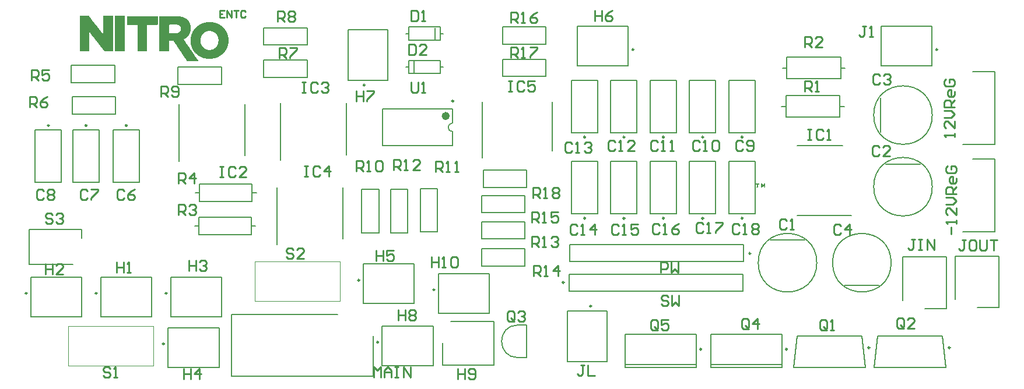
<source format=gbr>
G04*
G04 #@! TF.GenerationSoftware,Altium Limited,Altium Designer,23.3.1 (30)*
G04*
G04 Layer_Color=65535*
%FSLAX44Y44*%
%MOMM*%
G71*
G04*
G04 #@! TF.SameCoordinates,EAF1F0D8-16AB-4789-B3CC-ED1B898C5CC7*
G04*
G04*
G04 #@! TF.FilePolarity,Positive*
G04*
G01*
G75*
%ADD10C,0.2500*%
%ADD11C,0.1500*%
%ADD12C,0.6000*%
%ADD13C,0.2000*%
%ADD14C,0.1000*%
%ADD15C,0.2540*%
G36*
X401969Y777813D02*
X401867Y777915D01*
X401816Y778017D01*
X401536Y778450D01*
X401332Y778501D01*
X401154Y778323D01*
X401103Y777966D01*
X401154Y777610D01*
X401179Y751303D01*
X401129Y751099D01*
X401052Y751023D01*
X401027Y750947D01*
X400619Y750845D01*
X400263Y750896D01*
X394864Y750845D01*
X389847Y750870D01*
X389058Y750845D01*
X388905Y750896D01*
X387249Y750870D01*
X387071Y750998D01*
X386995Y751074D01*
X387020Y751762D01*
X386995Y752602D01*
X387046Y752653D01*
X386995Y752806D01*
X387046Y802057D01*
X387224Y802235D01*
X387580Y802287D01*
X387733Y802235D01*
X388217Y802261D01*
X398735Y802235D01*
X398887Y802287D01*
X399702Y802235D01*
X400364Y802185D01*
X400466Y802083D01*
X400543Y802057D01*
X400899Y801395D01*
X401078Y801268D01*
X401154Y801191D01*
X401205Y801089D01*
X401561Y800631D01*
X401663Y800529D01*
X401816Y800275D01*
X402020Y800071D01*
X402071Y799969D01*
X402173Y799867D01*
X402224Y799765D01*
X402453Y799485D01*
X402529Y799409D01*
X402580Y799307D01*
X402733Y799154D01*
X402784Y799052D01*
X403038Y798798D01*
X403089Y798696D01*
X403446Y798237D01*
X403548Y798136D01*
X403599Y798034D01*
X403802Y797677D01*
X404159Y797321D01*
X404210Y797219D01*
X404465Y796964D01*
X404515Y796862D01*
X404770Y796506D01*
X404796Y796429D01*
X404897Y796378D01*
X405025Y796251D01*
X405280Y795793D01*
X405534Y795538D01*
X405585Y795436D01*
X405840Y795079D01*
X406094Y794825D01*
X406145Y794723D01*
X406400Y794367D01*
X406655Y794112D01*
X406706Y794010D01*
X406935Y793730D01*
X407138Y793424D01*
X407266Y793246D01*
X407520Y792991D01*
X407571Y792889D01*
X407826Y792533D01*
X408030Y792329D01*
X408259Y791947D01*
X408361Y791896D01*
X408488Y791769D01*
X408539Y791667D01*
X409278Y790674D01*
X409507Y790445D01*
X409558Y790343D01*
X410271Y789426D01*
X410424Y789273D01*
X410475Y789171D01*
X410806Y788688D01*
X411035Y788458D01*
X411086Y788356D01*
X411239Y788204D01*
X411289Y788102D01*
X411391Y788000D01*
X411442Y787898D01*
X411671Y787618D01*
X411901Y787389D01*
X412104Y787032D01*
X412257Y786879D01*
X412308Y786778D01*
X412410Y786676D01*
X412461Y786574D01*
X412614Y786421D01*
X412665Y786319D01*
X412868Y786115D01*
X413072Y785759D01*
X413148Y785683D01*
X413250Y785632D01*
X413378Y785504D01*
X413581Y785148D01*
X413658Y785071D01*
X413760Y785020D01*
X414040Y784587D01*
X414193Y784435D01*
X414244Y784333D01*
X414345Y784231D01*
X414498Y783976D01*
X414727Y783696D01*
X414804Y783620D01*
X415008Y783263D01*
X415364Y782907D01*
X415568Y782550D01*
X415771Y782346D01*
X415822Y782245D01*
X415924Y782143D01*
X415975Y782041D01*
X416204Y781761D01*
X416510Y781302D01*
X416612Y781251D01*
X416790Y781073D01*
X416994Y780717D01*
X417299Y780411D01*
X417503Y780054D01*
X417758Y779800D01*
X417809Y779698D01*
X417911Y779596D01*
X417962Y779494D01*
X418267Y779189D01*
X418471Y778832D01*
X418777Y778527D01*
X418828Y778425D01*
X419439Y777610D01*
X419693Y777355D01*
X419744Y777253D01*
X419999Y776897D01*
X420254Y776642D01*
X420457Y776285D01*
X420610Y776133D01*
X420661Y776031D01*
X420865Y775674D01*
X420941Y775598D01*
X421196Y775649D01*
X421323Y775980D01*
X421272Y777253D01*
X421298Y801064D01*
X421221Y801650D01*
X421272Y801803D01*
X421425Y802057D01*
X421552Y802185D01*
X421756Y802235D01*
X435126Y802261D01*
X435304Y802185D01*
X435381Y802108D01*
X435431Y801905D01*
X435381Y750972D01*
X435304Y750896D01*
X435100Y750845D01*
X434133Y750896D01*
X433929Y750845D01*
X432936Y750870D01*
X425882Y750845D01*
X425729Y750896D01*
X424659Y750845D01*
X424506Y750896D01*
X423157Y750870D01*
X422902Y750972D01*
X422698Y751176D01*
X422647Y751278D01*
X421909Y752271D01*
X421833Y752347D01*
X421782Y752449D01*
X421680Y752551D01*
X421629Y752653D01*
X421272Y753009D01*
X421068Y753366D01*
X420865Y753570D01*
X420814Y753672D01*
X420712Y753773D01*
X420661Y753875D01*
X420432Y754155D01*
X420355Y754232D01*
X420304Y754334D01*
X420050Y754690D01*
X419795Y754945D01*
X419744Y755047D01*
X419515Y755327D01*
X419337Y755505D01*
X419184Y755760D01*
X418929Y756014D01*
X418777Y756269D01*
X418547Y756549D01*
X418369Y756728D01*
X418165Y757084D01*
X417860Y757390D01*
X417656Y757746D01*
X417350Y758052D01*
X417147Y758408D01*
X416892Y758663D01*
X416841Y758765D01*
X416128Y759682D01*
X415924Y759885D01*
X415721Y760242D01*
X415415Y760547D01*
X415364Y760649D01*
X415262Y760751D01*
X415211Y760853D01*
X414957Y761108D01*
X414906Y761210D01*
X414651Y761566D01*
X414167Y762203D01*
X414040Y762330D01*
X413989Y762432D01*
X413632Y762890D01*
X413480Y763043D01*
X413429Y763145D01*
X413327Y763247D01*
X413276Y763349D01*
X413021Y763603D01*
X412766Y764062D01*
X412588Y764189D01*
X412512Y764266D01*
X412308Y764622D01*
X412003Y764928D01*
X411850Y765182D01*
X411544Y765488D01*
X411493Y765590D01*
X411264Y765972D01*
X411162Y766023D01*
X410984Y766201D01*
X410933Y766303D01*
X410449Y766939D01*
X410322Y767118D01*
X410169Y767271D01*
X410118Y767372D01*
X410016Y767474D01*
X409965Y767576D01*
X409863Y767678D01*
X409813Y767780D01*
X409609Y767984D01*
X409558Y768085D01*
X409456Y768187D01*
X409405Y768289D01*
X409201Y768493D01*
X409150Y768595D01*
X409049Y768697D01*
X408998Y768799D01*
X408768Y769079D01*
X408692Y769155D01*
X408641Y769257D01*
X408157Y769893D01*
X408030Y770021D01*
X407979Y770123D01*
X407750Y770403D01*
X407622Y770530D01*
X407571Y770632D01*
X407215Y771090D01*
X407062Y771243D01*
X407011Y771345D01*
X406527Y771982D01*
X406451Y772058D01*
X406400Y772160D01*
X406094Y772466D01*
X406044Y772568D01*
X405687Y773026D01*
X405432Y773382D01*
X405381Y773484D01*
X405127Y773739D01*
X405076Y773841D01*
X404363Y774758D01*
X404261Y774859D01*
X404210Y774961D01*
X403955Y775318D01*
X403777Y775445D01*
X403701Y775521D01*
X403650Y775623D01*
X403395Y775980D01*
X403242Y776133D01*
X403191Y776235D01*
X402835Y776693D01*
X402733Y776795D01*
X402529Y777151D01*
X402351Y777330D01*
X402249Y777381D01*
X401994Y777788D01*
X401969Y777813D01*
D02*
G37*
G36*
X438150Y795431D02*
X438125Y800703D01*
X438150Y801289D01*
X438099Y801441D01*
X438150Y802104D01*
X438379Y802384D01*
X438583Y802435D01*
X451189Y802460D01*
X451724Y802435D01*
X451876Y802486D01*
X452156Y802409D01*
X452335Y802282D01*
X452411Y802205D01*
X452462Y801849D01*
X452411Y801645D01*
X452436Y751349D01*
X452233Y751146D01*
X451825Y751044D01*
X450246Y751095D01*
X449890Y751044D01*
X439372Y751069D01*
X438736Y751044D01*
X438583Y751095D01*
X438328Y751146D01*
X438099Y751375D01*
X438125Y752572D01*
X438099Y753056D01*
X438150Y753209D01*
X438099Y754227D01*
X438150Y754380D01*
Y795380D01*
Y795431D01*
D02*
G37*
G36*
X470866Y786466D02*
X470892Y788631D01*
X470841Y788885D01*
X470713Y789063D01*
X470586Y789191D01*
X469618Y789140D01*
X457777Y789165D01*
X456020Y789140D01*
X455765Y789293D01*
X455688Y789369D01*
X455587Y789725D01*
X455638Y790846D01*
X455587Y792425D01*
X455638Y792578D01*
X455612Y801414D01*
X455765Y801669D01*
X455969Y801720D01*
X500382Y801669D01*
X500560Y801542D01*
X500611Y801338D01*
X500560Y800676D01*
X500585Y791636D01*
X500560Y790133D01*
X500611Y789980D01*
X500534Y789496D01*
X500407Y789318D01*
X500331Y789242D01*
X500127Y789191D01*
X499312Y789140D01*
X485356Y789089D01*
X485178Y788911D01*
X485127Y788554D01*
X485153Y750686D01*
X485000Y750431D01*
X484643Y750329D01*
X483981Y750380D01*
X479805Y750329D01*
X473617Y750355D01*
X472929Y750329D01*
X472776Y750380D01*
X470994Y750431D01*
X470866Y750559D01*
X470841Y751806D01*
X470866Y786415D01*
Y786466D01*
D02*
G37*
G36*
X577262Y793038D02*
X578943Y792987D01*
X579095Y792936D01*
X579579Y792859D01*
X579783Y792808D01*
X580292Y792707D01*
X580598Y792656D01*
X581006Y792605D01*
X581718Y792554D01*
X582024Y792503D01*
X582228Y792452D01*
X582661Y792274D01*
X583170Y792121D01*
X583756Y792044D01*
X583960Y791993D01*
X584342Y791815D01*
X584596Y791713D01*
X584953Y791611D01*
X585157Y791561D01*
X585564Y791510D01*
X585844Y791281D01*
X586175Y791153D01*
X586608Y791077D01*
X586786Y791000D01*
X587092Y790797D01*
X587448Y790695D01*
X587932Y790517D01*
X588009Y790440D01*
X588111Y790389D01*
X588365Y790236D01*
X588849Y790058D01*
X589027Y789931D01*
X589333Y789727D01*
X589588Y789625D01*
X589919Y789498D01*
X590097Y789320D01*
X590199Y789269D01*
X590759Y788963D01*
X590912Y788810D01*
X591472Y788505D01*
X591676Y788301D01*
X591778Y788250D01*
X592134Y788046D01*
X592644Y787690D01*
X592745Y787639D01*
X593102Y787282D01*
X593560Y787028D01*
X593688Y786849D01*
X593815Y786722D01*
X594070Y786569D01*
X594197Y786442D01*
X594248Y786340D01*
X594553Y786136D01*
X595394Y785296D01*
X595496Y785245D01*
X595623Y785118D01*
X595674Y785016D01*
X596642Y784048D01*
X596693Y783946D01*
X596820Y783819D01*
X596922Y783768D01*
X597049Y783590D01*
X597278Y783310D01*
X597508Y783080D01*
X597559Y782979D01*
X597788Y782698D01*
X597915Y782571D01*
X597966Y782469D01*
X598170Y782113D01*
X598399Y781833D01*
X598475Y781756D01*
X598679Y781400D01*
X598755Y781272D01*
X598832Y781247D01*
X598883Y781145D01*
X599188Y780585D01*
X599443Y780330D01*
X599545Y780075D01*
X599799Y779617D01*
X599901Y779515D01*
X600564Y778140D01*
X601022Y777172D01*
X601098Y776892D01*
X601353Y776485D01*
X601480Y776154D01*
X601633Y775593D01*
X601888Y775033D01*
X601990Y774626D01*
X602040Y774218D01*
X602346Y773556D01*
X602397Y773352D01*
X602473Y772868D01*
X602575Y772257D01*
X602754Y771672D01*
X602855Y771264D01*
X602906Y770908D01*
X602957Y770704D01*
X603008Y769430D01*
X603059Y769278D01*
X603136Y768488D01*
X603186Y768081D01*
X603263Y766578D01*
X603186Y765229D01*
X603136Y764668D01*
X603085Y764057D01*
X603008Y762962D01*
X602957Y762809D01*
X602906Y761892D01*
X602855Y761740D01*
X602728Y761205D01*
X602524Y760390D01*
X602473Y760084D01*
X602422Y759626D01*
X602372Y759422D01*
X602142Y758887D01*
X601939Y758073D01*
X601760Y757589D01*
X601531Y757054D01*
X601429Y756697D01*
X601302Y756366D01*
X601073Y755984D01*
X600971Y755577D01*
X600869Y755322D01*
X600614Y754966D01*
X600538Y754686D01*
X600436Y754431D01*
X600182Y754024D01*
X599876Y753412D01*
X599799Y753336D01*
X599749Y753234D01*
X599647Y753132D01*
X599596Y753030D01*
X599290Y752470D01*
X599086Y752165D01*
X598781Y751604D01*
X598628Y751451D01*
X598424Y751095D01*
X598119Y750789D01*
X597864Y750331D01*
X597609Y750076D01*
X597559Y749974D01*
X597406Y749822D01*
X597355Y749720D01*
X597151Y749516D01*
X597100Y749414D01*
X596947Y749261D01*
X596896Y749159D01*
X596744Y749058D01*
X596693Y748956D01*
X596591Y748854D01*
X596540Y748752D01*
X596362Y748574D01*
X596260Y748523D01*
X596132Y748395D01*
X596082Y748294D01*
X595852Y748014D01*
X595750Y747962D01*
X595572Y747784D01*
X595521Y747682D01*
X595394Y747555D01*
X595292Y747504D01*
X595063Y747275D01*
X595012Y747173D01*
X594834Y747046D01*
X594426Y746638D01*
X594324Y746587D01*
X593866Y746129D01*
X593764Y746078D01*
X593662Y745976D01*
X593560Y745925D01*
X593357Y745722D01*
X593255Y745671D01*
X592822Y745390D01*
X592796Y745314D01*
X592694Y745263D01*
X592593Y745161D01*
X592491Y745110D01*
X592211Y744881D01*
X592083Y744754D01*
X591523Y744448D01*
X591268Y744194D01*
X590708Y743888D01*
X590555Y743735D01*
X590301Y743633D01*
X590097Y743582D01*
X589817Y743353D01*
X589740Y743277D01*
X589486Y743175D01*
X589282Y743124D01*
X589002Y742895D01*
X588926Y742818D01*
X588671Y742717D01*
X588340Y742589D01*
X588162Y742462D01*
X587601Y742207D01*
X587194Y742054D01*
X586786Y741800D01*
X586379Y741698D01*
X586048Y741621D01*
X585768Y741443D01*
X585666Y741341D01*
X585335Y741265D01*
X584775Y741163D01*
X584520Y741061D01*
X583883Y740781D01*
X583527Y740730D01*
X582941Y740654D01*
X582686Y740552D01*
X582508Y740475D01*
X582253Y740374D01*
X581846Y740272D01*
X581082Y740221D01*
X581056Y740195D01*
X580751Y740144D01*
X580496Y740094D01*
X580292Y740043D01*
X580038Y739992D01*
X579834Y739941D01*
X579223Y739839D01*
X578612Y739788D01*
X577109Y739712D01*
X572271Y739762D01*
X572118Y739813D01*
X571507Y739864D01*
X571354Y739915D01*
X571023Y739992D01*
X570412Y740094D01*
X570208Y740144D01*
X569953Y740195D01*
X569036Y740297D01*
X568782Y740348D01*
X568374Y740501D01*
X568094Y740628D01*
X567890Y740679D01*
X567305Y740756D01*
X566897Y740857D01*
X566362Y741087D01*
X565955Y741189D01*
X565675Y741265D01*
X565420Y741367D01*
X565089Y741545D01*
X564580Y741698D01*
X564300Y741774D01*
X564045Y741876D01*
X563969Y741953D01*
X563867Y742003D01*
X563510Y742156D01*
X563256Y742258D01*
X562797Y742513D01*
X562441Y742666D01*
X561065Y743379D01*
X560964Y743481D01*
X560862Y743531D01*
X560403Y743786D01*
X560302Y743888D01*
X560200Y743939D01*
X560098Y744041D01*
X559538Y744346D01*
X559334Y744550D01*
X558773Y744856D01*
X558519Y745110D01*
X558417Y745161D01*
X558086Y745390D01*
X558060Y745467D01*
X557959Y745518D01*
X557857Y745620D01*
X557755Y745671D01*
X557475Y745900D01*
X557296Y746078D01*
X557195Y746129D01*
X557067Y746205D01*
X557016Y746307D01*
X556838Y746536D01*
X556482Y746740D01*
X556405Y746817D01*
X556354Y746918D01*
X556176Y747097D01*
X556074Y747148D01*
X555616Y747606D01*
X555514Y747657D01*
X554674Y748497D01*
X554623Y748599D01*
X554393Y748879D01*
X554266Y749058D01*
X554062Y749261D01*
X554011Y749363D01*
X553706Y749669D01*
X553655Y749771D01*
X553298Y750229D01*
X553145Y750382D01*
X552891Y750840D01*
X552585Y751146D01*
X552382Y751502D01*
X552280Y751604D01*
X552229Y751706D01*
X552025Y752012D01*
X551974Y752113D01*
X551872Y752215D01*
X551821Y752317D01*
X551669Y752572D01*
X551465Y752928D01*
X551210Y753285D01*
X550981Y753922D01*
X550803Y754100D01*
X550752Y754202D01*
X550548Y754660D01*
X550472Y754940D01*
X550268Y755246D01*
X550140Y755526D01*
X550064Y755857D01*
X549962Y756112D01*
X549886Y756188D01*
X549835Y756290D01*
X549682Y756646D01*
X549606Y756927D01*
X549555Y757130D01*
X549402Y757538D01*
X549275Y757818D01*
X549173Y758175D01*
X549071Y758582D01*
X548969Y759040D01*
X548765Y759346D01*
X548714Y759550D01*
X548638Y760288D01*
X548587Y760543D01*
X548485Y760950D01*
X548358Y761383D01*
X548307Y761587D01*
X548256Y761944D01*
X548205Y762147D01*
X548129Y763242D01*
X547950Y766425D01*
X548001Y767393D01*
X548052Y767546D01*
X548103Y769278D01*
X548154Y769430D01*
X548205Y770449D01*
X548256Y770602D01*
X548307Y771111D01*
X548358Y771264D01*
X548460Y771672D01*
X548562Y772028D01*
X548613Y772232D01*
X548689Y772716D01*
X548740Y773021D01*
X548791Y773225D01*
X548944Y773632D01*
X549071Y773963D01*
X549173Y774575D01*
X549249Y774855D01*
X549427Y775135D01*
X549580Y775491D01*
X549657Y775873D01*
X549809Y776281D01*
X549937Y776408D01*
X549988Y776510D01*
X550090Y776765D01*
X550140Y776969D01*
X550268Y777299D01*
X550472Y777605D01*
X550650Y778038D01*
X550701Y778242D01*
X551057Y778802D01*
X551185Y779133D01*
X551261Y779311D01*
X551516Y779668D01*
X551821Y780228D01*
X551923Y780330D01*
X552178Y780788D01*
X552407Y781068D01*
X552763Y781629D01*
X553145Y782164D01*
X553196Y782265D01*
X553349Y782418D01*
X553502Y782673D01*
X553960Y783131D01*
X554113Y783386D01*
X554419Y783691D01*
X554470Y783793D01*
X554750Y784175D01*
X554852Y784226D01*
X554928Y784303D01*
X554979Y784405D01*
X555208Y784634D01*
X555310Y784685D01*
X555539Y784914D01*
X555590Y785016D01*
X555820Y785245D01*
X555921Y785296D01*
X555998Y785372D01*
X556049Y785474D01*
X556227Y785652D01*
X556329Y785703D01*
X556609Y785984D01*
X556634Y786060D01*
X556736Y786111D01*
X557016Y786340D01*
X557347Y786671D01*
X557449Y786722D01*
X557780Y786951D01*
X557806Y787028D01*
X557908Y787078D01*
X558010Y787180D01*
X558111Y787231D01*
X558391Y787460D01*
X558570Y787639D01*
X558926Y787842D01*
X559130Y788046D01*
X559792Y788403D01*
X559996Y788606D01*
X560454Y788861D01*
X560556Y788963D01*
X560658Y789014D01*
X560964Y789218D01*
X561422Y789472D01*
X561880Y789676D01*
X562237Y789880D01*
X562390Y790033D01*
X562670Y790109D01*
X562924Y790211D01*
X563230Y790415D01*
X563510Y790542D01*
X563994Y790720D01*
X564172Y790797D01*
X564478Y791000D01*
X564758Y791077D01*
X565165Y791179D01*
X565420Y791281D01*
X565751Y791459D01*
X566108Y791561D01*
X566515Y791663D01*
X566846Y791739D01*
X567483Y792019D01*
X568094Y792121D01*
X568578Y792197D01*
X568833Y792299D01*
X569266Y792477D01*
X570513Y792656D01*
X571074Y792707D01*
X571328Y792757D01*
X571736Y792859D01*
X572347Y792961D01*
X572907Y793012D01*
X574079Y793063D01*
X577109Y793089D01*
X577262Y793038D01*
D02*
G37*
G36*
X530218Y801615D02*
X530370Y801564D01*
X531185Y801514D01*
X531338Y801463D01*
X531822Y801386D01*
X532077Y801335D01*
X532688Y801284D01*
X532994Y801233D01*
X533248Y801182D01*
X533961Y801132D01*
X534165Y801081D01*
X534420Y800979D01*
X534751Y800851D01*
X535158Y800750D01*
X535744Y800673D01*
X535998Y800622D01*
X536432Y800444D01*
X537094Y800240D01*
X537297Y800189D01*
X537577Y800113D01*
X538112Y799833D01*
X538316Y799782D01*
X538876Y799578D01*
X539182Y799374D01*
X539436Y799273D01*
X539717Y799196D01*
X539971Y799094D01*
X540099Y798967D01*
X540200Y798916D01*
X540302Y798814D01*
X540786Y798636D01*
X540863Y798559D01*
X540964Y798509D01*
X541117Y798356D01*
X541576Y798101D01*
X541779Y797897D01*
X542238Y797643D01*
X542365Y797515D01*
X542416Y797413D01*
X542849Y797133D01*
X543205Y796777D01*
X543307Y796726D01*
X543715Y796318D01*
X543817Y796267D01*
X544097Y796038D01*
X544148Y795936D01*
X544250Y795835D01*
X544275Y795758D01*
X544377Y795707D01*
X544708Y795376D01*
X544759Y795274D01*
X545115Y794816D01*
X545319Y794510D01*
X545370Y794408D01*
X545625Y794154D01*
X545676Y794052D01*
X546109Y793415D01*
X546287Y793084D01*
X546541Y792626D01*
X546643Y792524D01*
X546745Y792269D01*
X546796Y792066D01*
X546923Y791734D01*
X546974Y791684D01*
X547000Y791658D01*
X547051Y791556D01*
X547255Y791098D01*
X547331Y790767D01*
X547484Y790359D01*
X547713Y789825D01*
X547815Y789213D01*
X547866Y789010D01*
X547917Y788653D01*
X548120Y788347D01*
X548171Y787838D01*
X548222Y787176D01*
X548273Y786972D01*
X548324Y785801D01*
X548375Y785648D01*
X548426Y783764D01*
X548375Y783407D01*
X548324Y781981D01*
X548273Y781828D01*
X548222Y780657D01*
X548171Y780504D01*
X548120Y780300D01*
X548044Y779867D01*
X547942Y779613D01*
X547815Y779180D01*
X547764Y778823D01*
X547637Y778288D01*
X547560Y778110D01*
X547305Y777550D01*
X547255Y777346D01*
X547178Y777015D01*
X547000Y776735D01*
X546898Y776633D01*
X546796Y776277D01*
X546720Y775996D01*
X546516Y775691D01*
X546389Y775564D01*
X546261Y775232D01*
X546007Y774825D01*
X545879Y774698D01*
X545625Y774239D01*
X545472Y774087D01*
X545421Y773985D01*
X545319Y773883D01*
X545115Y773526D01*
X544861Y773272D01*
X544657Y772915D01*
X544530Y772788D01*
X544428Y772737D01*
X544199Y772508D01*
X544148Y772406D01*
X543842Y772100D01*
X543791Y771998D01*
X543486Y771795D01*
X543282Y771591D01*
X543231Y771489D01*
X542925Y771285D01*
X542722Y771081D01*
X542696Y771005D01*
X542594Y770954D01*
X542238Y770750D01*
X541932Y770445D01*
X541678Y770343D01*
X541576Y770292D01*
X541168Y769885D01*
X540812Y769681D01*
X540659Y769528D01*
X540404Y769426D01*
X539946Y769172D01*
X539844Y769070D01*
X539513Y768942D01*
X539258Y768840D01*
X538978Y768662D01*
X538672Y768458D01*
X538367Y768408D01*
X538138Y768280D01*
X538087Y768076D01*
X538163Y767796D01*
X538290Y767669D01*
X538341Y767567D01*
X538494Y767414D01*
X538545Y767312D01*
X538647Y767211D01*
X538698Y767109D01*
X538902Y766803D01*
X539131Y766421D01*
X539233Y766370D01*
X539309Y766294D01*
X539411Y766039D01*
X539666Y765581D01*
X539818Y765479D01*
X539869Y765377D01*
X540124Y765021D01*
X540277Y764868D01*
X540582Y764307D01*
X540786Y764104D01*
X541092Y763543D01*
X541194Y763442D01*
X541245Y763340D01*
X541448Y762983D01*
X541703Y762729D01*
X541754Y762627D01*
X542060Y762066D01*
X542212Y761914D01*
X542263Y761812D01*
X542518Y761455D01*
X542569Y761353D01*
X542772Y761150D01*
X543027Y760691D01*
X543282Y760437D01*
X543536Y759978D01*
X543638Y759876D01*
X543689Y759774D01*
X543791Y759673D01*
X543995Y759316D01*
X544199Y759112D01*
X544250Y759010D01*
X544504Y758552D01*
X544606Y758450D01*
X544657Y758348D01*
X544759Y758247D01*
X544963Y757890D01*
X545192Y757610D01*
X545472Y757177D01*
X545625Y757024D01*
X545676Y756922D01*
X545981Y756362D01*
X546185Y756158D01*
X546236Y756057D01*
X546440Y755700D01*
X546669Y755420D01*
X546873Y755114D01*
X547000Y754936D01*
X547102Y754834D01*
X547153Y754732D01*
X547407Y754274D01*
X547662Y754019D01*
X547968Y753459D01*
X548120Y753306D01*
X548171Y753204D01*
X548375Y752848D01*
X548579Y752644D01*
X548630Y752542D01*
X548961Y752058D01*
X549088Y751931D01*
X549394Y751371D01*
X549496Y751269D01*
X549547Y751167D01*
X549648Y751065D01*
X549852Y750709D01*
X550005Y750556D01*
X550056Y750454D01*
X550311Y750046D01*
X550361Y749945D01*
X550616Y749690D01*
X550871Y749231D01*
X551024Y749079D01*
X551074Y748977D01*
X551278Y748671D01*
X551329Y748569D01*
X551533Y748366D01*
X551838Y747805D01*
X552042Y747602D01*
X552093Y747500D01*
X552297Y747143D01*
X552399Y747041D01*
X552450Y746940D01*
X552551Y746838D01*
X552603Y746736D01*
X552857Y746277D01*
X553112Y746023D01*
X553163Y745819D01*
X553392Y745539D01*
X553570Y745361D01*
X553825Y744902D01*
X553978Y744750D01*
X554029Y744648D01*
X554232Y744291D01*
X554334Y744189D01*
X554385Y744087D01*
X554538Y743935D01*
X554589Y743833D01*
X554920Y743349D01*
X555047Y743222D01*
X555302Y742763D01*
X556015Y741745D01*
X556168Y741490D01*
X556371Y741286D01*
X556422Y741184D01*
X556677Y740726D01*
X557186Y740013D01*
X557237Y739911D01*
X557339Y739809D01*
X557390Y739707D01*
X557721Y739223D01*
X557899Y739045D01*
X558001Y738790D01*
X558231Y738408D01*
X558332Y738357D01*
X558562Y737975D01*
X558613Y737874D01*
X558867Y737619D01*
X558918Y737517D01*
X559147Y737084D01*
X559249Y737033D01*
X559529Y736753D01*
X559580Y736549D01*
X559529Y736295D01*
X559402Y736167D01*
X559045Y736116D01*
X558383Y736167D01*
X557034Y736142D01*
X556448Y736167D01*
X556295Y736116D01*
X543104Y736167D01*
X542874Y736397D01*
X542696Y736880D01*
X542416Y737161D01*
X542365Y737262D01*
X542161Y737619D01*
X541907Y737874D01*
X541805Y738128D01*
X541448Y738638D01*
X541397Y738739D01*
X541066Y739223D01*
X540990Y739300D01*
X540786Y739656D01*
X540430Y740166D01*
X540226Y740522D01*
X539920Y740981D01*
X539793Y741311D01*
X539462Y741643D01*
X539258Y741999D01*
X539156Y742101D01*
X539105Y742203D01*
X538902Y742559D01*
X538672Y742840D01*
X538596Y742916D01*
X538545Y743018D01*
X538214Y743502D01*
X538138Y743578D01*
X538087Y743680D01*
X537832Y744138D01*
X537603Y744418D01*
X537374Y744800D01*
X537323Y744902D01*
X537170Y745055D01*
X537119Y745157D01*
X536915Y745514D01*
X536457Y746176D01*
X536304Y746430D01*
X536049Y746787D01*
X535846Y747143D01*
X535617Y747423D01*
X535387Y747805D01*
X535336Y747907D01*
X535133Y748111D01*
X535082Y748213D01*
X534827Y748671D01*
X534674Y748824D01*
X534623Y748926D01*
X534292Y749410D01*
X534165Y749537D01*
X533859Y750097D01*
X533707Y750250D01*
X533656Y750352D01*
X533401Y750810D01*
X533248Y750963D01*
X533197Y751065D01*
X532943Y751473D01*
X532892Y751574D01*
X532739Y751727D01*
X532688Y751829D01*
X532484Y752135D01*
X532331Y752389D01*
X532229Y752491D01*
X532179Y752593D01*
X531873Y753153D01*
X531669Y753357D01*
X531415Y753815D01*
X531262Y753968D01*
X531007Y754427D01*
X530778Y754707D01*
X530549Y755089D01*
X530498Y755191D01*
X530294Y755394D01*
X530243Y755496D01*
X530039Y755853D01*
X529810Y756133D01*
X529581Y756515D01*
X529530Y756617D01*
X529174Y757126D01*
X528970Y757483D01*
X528715Y757839D01*
X528512Y758196D01*
X528308Y758399D01*
X528002Y758960D01*
X527849Y759112D01*
X527798Y759214D01*
X527595Y759571D01*
X527493Y759673D01*
X527442Y759774D01*
X527289Y759927D01*
X527034Y760386D01*
X526933Y760488D01*
X526882Y760589D01*
X526780Y760691D01*
X526576Y761048D01*
X526423Y761201D01*
X526372Y761302D01*
X526118Y761761D01*
X525965Y761914D01*
X525914Y762016D01*
X525710Y762372D01*
X525456Y762729D01*
X525252Y763034D01*
X525201Y763136D01*
X524743Y763798D01*
X524539Y764155D01*
X524386Y764307D01*
X524080Y764868D01*
X523953Y764995D01*
X523851Y765046D01*
X523724Y765326D01*
X523520Y765683D01*
X523444Y765759D01*
X523240Y765810D01*
X520439Y765861D01*
X517536Y765810D01*
X517306Y765632D01*
X517154Y765275D01*
X517128Y751090D01*
X517230Y750836D01*
X517256Y750556D01*
X517128Y750428D01*
X516874Y750327D01*
X516517Y750276D01*
X514913Y750301D01*
X514480Y750276D01*
X514327Y750327D01*
X511678Y750276D01*
X505286Y750301D01*
X505006Y750276D01*
X504853Y750327D01*
X503020Y750378D01*
X502842Y750556D01*
X502816Y750887D01*
X502867Y800750D01*
X502892Y800877D01*
X502842Y801030D01*
X502892Y801488D01*
X502969Y801564D01*
X503326Y801666D01*
X530218Y801615D01*
D02*
G37*
G36*
X1372250Y558455D02*
X1373218Y558404D01*
X1373447Y558225D01*
X1373498Y557920D01*
X1373447Y557767D01*
X1373498Y557410D01*
X1373447Y557156D01*
X1373320Y557028D01*
X1372963Y556926D01*
X1371893Y556875D01*
X1371715Y556697D01*
X1371766Y555730D01*
X1371715Y554711D01*
X1371766Y554558D01*
X1371792Y553005D01*
X1371741Y552750D01*
X1371639Y552597D01*
X1371231Y552495D01*
X1370213Y552546D01*
X1370034Y552674D01*
X1369933Y553030D01*
X1369984Y553998D01*
X1369933Y554151D01*
X1369984Y555067D01*
X1369933Y555220D01*
X1369984Y555882D01*
X1369933Y556239D01*
X1369984Y556392D01*
X1370009Y556621D01*
X1369933Y556799D01*
X1369856Y556875D01*
X1369653Y556926D01*
X1369296Y556977D01*
X1369143Y556926D01*
X1368532Y556977D01*
X1368354Y557105D01*
X1368252Y557512D01*
X1368303Y558174D01*
X1368430Y558353D01*
X1368685Y558455D01*
X1372199D01*
X1372250D01*
D02*
G37*
G36*
X1380631Y558037D02*
X1380885Y558139D01*
X1382235Y558164D01*
X1382413Y558088D01*
X1382541Y557961D01*
X1382592Y557706D01*
X1382541Y557553D01*
X1382490Y556891D01*
X1382541Y556687D01*
X1382515Y555847D01*
X1382541Y552613D01*
X1382490Y552460D01*
X1382337Y552205D01*
X1382006Y552180D01*
X1381853Y552231D01*
X1381089Y552282D01*
X1380911Y552460D01*
X1380860Y552664D01*
X1380911Y553479D01*
X1380962Y553835D01*
X1380911Y553988D01*
X1380860Y554548D01*
X1380911Y554701D01*
X1380962Y554905D01*
X1380911Y555159D01*
X1380733Y555185D01*
X1380656Y555108D01*
X1380605Y555007D01*
X1380325Y554726D01*
X1380223Y554675D01*
X1380096Y554548D01*
X1380020Y554217D01*
X1379841Y553937D01*
X1379637Y553733D01*
X1379587Y553631D01*
X1379408Y553453D01*
X1379205Y553504D01*
X1379128Y553581D01*
X1379077Y553682D01*
X1378873Y553988D01*
X1378823Y554090D01*
X1378619Y554395D01*
X1378568Y554599D01*
X1378339Y554879D01*
X1378033Y555032D01*
X1377906Y554956D01*
X1377855Y554752D01*
X1377906Y553631D01*
X1377855Y552460D01*
X1377728Y552333D01*
X1377473Y552231D01*
X1376352Y552282D01*
X1376276Y552358D01*
X1376174Y552613D01*
X1376200Y553199D01*
X1376174Y556433D01*
X1376225Y556586D01*
X1376200Y557935D01*
X1376301Y558088D01*
X1376658Y558190D01*
X1377244Y558164D01*
X1377880Y558190D01*
X1378161Y557961D01*
X1378364Y557604D01*
X1378517Y557451D01*
X1378619Y557197D01*
X1378823Y556840D01*
X1379026Y556636D01*
X1379154Y556305D01*
X1379256Y556153D01*
X1379510Y556203D01*
X1379688Y556382D01*
X1380045Y557044D01*
X1380503Y557706D01*
X1380554Y557910D01*
X1380605Y558012D01*
X1380631Y558037D01*
D02*
G37*
%LPC*%
G36*
X574359Y780203D02*
X574206Y780152D01*
X573773Y780075D01*
X573467Y780024D01*
X573213Y779974D01*
X573009Y779922D01*
X571787Y779719D01*
X571532Y779617D01*
X571252Y779490D01*
X570997Y779388D01*
X570794Y779337D01*
X570437Y779286D01*
X570157Y779057D01*
X570030Y778929D01*
X569826Y778878D01*
X569418Y778726D01*
X569062Y778471D01*
X568807Y778369D01*
X568451Y778165D01*
X568196Y777911D01*
X567840Y777707D01*
X567636Y777503D01*
X567381Y777350D01*
X567152Y777121D01*
X567127Y777045D01*
X567025Y776994D01*
X566923Y776892D01*
X566821Y776841D01*
X566464Y776485D01*
X566362Y776434D01*
X566133Y776255D01*
X566082Y776154D01*
X565929Y776001D01*
X565879Y775899D01*
X565624Y775542D01*
X565547Y775466D01*
X565446Y775415D01*
X565318Y775288D01*
X565115Y774931D01*
X564962Y774778D01*
X564911Y774677D01*
X564605Y774116D01*
X564351Y773760D01*
X564274Y773480D01*
X564020Y773072D01*
X563841Y772639D01*
X563663Y772155D01*
X563536Y771977D01*
X563383Y771621D01*
X563332Y771417D01*
X563256Y771035D01*
X562976Y770398D01*
X562899Y770016D01*
X562823Y769329D01*
X562772Y768972D01*
X562721Y768768D01*
X562644Y768488D01*
X562593Y768285D01*
X562542Y767368D01*
X562492Y766909D01*
X562466Y766629D01*
X562517Y766476D01*
X562568Y764847D01*
X562619Y764694D01*
X562670Y764490D01*
X562772Y763879D01*
X562823Y763522D01*
X562874Y763013D01*
X562924Y762809D01*
X563001Y762427D01*
X563281Y761842D01*
X563332Y761485D01*
X563383Y761281D01*
X563485Y761027D01*
X563739Y760670D01*
X563816Y760390D01*
X564020Y759830D01*
X564096Y759753D01*
X564147Y759651D01*
X564351Y759193D01*
X564554Y758837D01*
X564758Y758633D01*
X565013Y758175D01*
X565115Y758073D01*
X565165Y757971D01*
X565267Y757869D01*
X565497Y757487D01*
X565598Y757436D01*
X565726Y757258D01*
X565828Y757156D01*
X565980Y756901D01*
X566235Y756646D01*
X566286Y756545D01*
X566464Y756366D01*
X566566Y756315D01*
X567330Y755551D01*
X567432Y755500D01*
X567534Y755399D01*
X567636Y755348D01*
X567890Y755093D01*
X568247Y754889D01*
X568960Y754380D01*
X569164Y754329D01*
X569724Y753973D01*
X569928Y753922D01*
X570208Y753692D01*
X570335Y753565D01*
X570539Y753514D01*
X570895Y753463D01*
X571150Y753412D01*
X571812Y753107D01*
X572220Y753005D01*
X572704Y752928D01*
X572958Y752878D01*
X573162Y752827D01*
X573926Y752674D01*
X574130Y752623D01*
X574944Y752572D01*
X576498Y752546D01*
X576651Y752597D01*
X577644Y752674D01*
X578230Y752852D01*
X578433Y752903D01*
X578968Y752979D01*
X579223Y753030D01*
X579427Y753081D01*
X579936Y753285D01*
X580267Y753412D01*
X580547Y753489D01*
X580955Y753642D01*
X581082Y753769D01*
X581184Y753820D01*
X581438Y753922D01*
X581769Y754049D01*
X581948Y754176D01*
X582100Y754329D01*
X582355Y754431D01*
X582457Y754482D01*
X582737Y754711D01*
X582814Y754788D01*
X582915Y754838D01*
X583399Y755170D01*
X583578Y755297D01*
X583858Y755526D01*
X584087Y755755D01*
X584189Y755806D01*
X584571Y756188D01*
X584622Y756290D01*
X585004Y756672D01*
X585106Y756723D01*
X585233Y756850D01*
X585284Y756952D01*
X585640Y757411D01*
X585793Y757563D01*
X585844Y757665D01*
X586073Y757945D01*
X586302Y758327D01*
X586506Y758684D01*
X586659Y758837D01*
X586761Y759091D01*
X587015Y759550D01*
X587219Y760008D01*
X587347Y760339D01*
X587448Y760594D01*
X587678Y760976D01*
X587881Y761791D01*
Y761842D01*
X588136Y762402D01*
X588187Y762758D01*
X588238Y762962D01*
X588314Y763548D01*
X588365Y764159D01*
X588467Y764668D01*
X588518Y764872D01*
X588569Y765178D01*
X588594Y766986D01*
X588544Y767139D01*
X588493Y768055D01*
X588442Y768208D01*
X588365Y768641D01*
X588314Y769048D01*
X588263Y769507D01*
X588212Y769812D01*
X588162Y770016D01*
X588060Y770271D01*
X587830Y771009D01*
X587729Y771417D01*
X587678Y771722D01*
X587372Y772232D01*
X587270Y772639D01*
X587168Y772894D01*
X586914Y773148D01*
X586761Y773505D01*
X586659Y773760D01*
X586430Y774040D01*
X586048Y774727D01*
X585946Y774829D01*
X585895Y774931D01*
X585691Y775288D01*
X585564Y775415D01*
X585462Y775466D01*
X585386Y775542D01*
X585182Y775899D01*
X585004Y776026D01*
X584775Y776255D01*
X584724Y776357D01*
X584545Y776485D01*
X584316Y776714D01*
X584265Y776816D01*
X584189Y776892D01*
X584087Y776943D01*
X583807Y777172D01*
X583679Y777299D01*
X583578Y777350D01*
X583119Y777809D01*
X582559Y778114D01*
X582406Y778267D01*
X581948Y778522D01*
X581744Y778726D01*
X581489Y778828D01*
X581107Y778904D01*
X580700Y779159D01*
X580267Y779337D01*
X579936Y779413D01*
X579707Y779490D01*
X579248Y779693D01*
X578841Y779795D01*
X578484Y779846D01*
X578281Y779897D01*
X577746Y779974D01*
X577237Y780024D01*
X576931Y780075D01*
X576676Y780126D01*
X576371Y780177D01*
X574359Y780203D01*
D02*
G37*
G36*
X517536Y789392D02*
X517256Y789163D01*
X517154Y788755D01*
X517205Y777448D01*
X517383Y777117D01*
X517587Y777066D01*
X523851D01*
X527875Y777117D01*
X528028Y777168D01*
X528690Y777219D01*
X528894Y777270D01*
X529454Y777321D01*
X530116Y777626D01*
X530320Y777677D01*
X530600Y777754D01*
X530854Y777856D01*
X531033Y777983D01*
X531695Y778339D01*
X531949Y778594D01*
X532408Y778849D01*
X532535Y778976D01*
X532586Y779078D01*
X532713Y779205D01*
X532815Y779256D01*
X532994Y779383D01*
X533299Y779944D01*
X533503Y780249D01*
X533630Y780580D01*
X533910Y781217D01*
X533987Y781548D01*
X534038Y781803D01*
X534089Y782312D01*
X534140Y782974D01*
X534165Y783356D01*
X534114Y783509D01*
X534038Y784757D01*
X533987Y785012D01*
X533605Y785852D01*
X533427Y786336D01*
X533350Y786412D01*
X533299Y786514D01*
X533197Y786616D01*
X533146Y786718D01*
X532790Y787176D01*
X532612Y787303D01*
X532382Y787533D01*
X532331Y787635D01*
X532255Y787711D01*
X532153Y787762D01*
X532051Y787864D01*
X531593Y788118D01*
X531389Y788322D01*
X531033Y788475D01*
X530752Y788551D01*
X530498Y788653D01*
X530065Y788882D01*
X529658Y788984D01*
X529199Y789035D01*
X528944Y789137D01*
X528588Y789188D01*
X528155Y789264D01*
X527849Y789315D01*
X527340Y789366D01*
X517536Y789392D01*
D02*
G37*
%LPD*%
D10*
X820773Y327660D02*
G03*
X820773Y327660I-1250J0D01*
G01*
X513760Y398950D02*
G03*
X513760Y398950I-1250J0D01*
G01*
X1349990Y625960D02*
G03*
X1349990Y625960I-1250J0D01*
G01*
X1130280Y380100D02*
G03*
X1130280Y380100I-1250J0D01*
G01*
X1121390Y625960D02*
G03*
X1121390Y625960I-1250J0D01*
G01*
X310560Y398950D02*
G03*
X310560Y398950I-1250J0D01*
G01*
X412160D02*
G03*
X412160Y398950I-1250J0D01*
G01*
X801350Y701540D02*
G03*
X801350Y701540I-1250J0D01*
G01*
X509950Y325290D02*
G03*
X509950Y325290I-1250J0D01*
G01*
X1191610Y753110D02*
G03*
X1191610Y753110I-1250J0D01*
G01*
X793360Y417830D02*
G03*
X793360Y417830I-1250J0D01*
G01*
X902580Y403860D02*
G03*
X902580Y403860I-1250J0D01*
G01*
X1090415Y414520D02*
G03*
X1090415Y414520I-1250J0D01*
G01*
X1361301Y456700D02*
G03*
X1361301Y456700I-1250J0D01*
G01*
X1349990Y507850D02*
G03*
X1349990Y507850I-1250J0D01*
G01*
X1178540Y625960D02*
G03*
X1178540Y625960I-1250J0D01*
G01*
X1292840D02*
G03*
X1292840Y625960I-1250J0D01*
G01*
X1235690D02*
G03*
X1235690Y625960I-1250J0D01*
G01*
X1292840Y507850D02*
G03*
X1292840Y507850I-1250J0D01*
G01*
X1235690D02*
G03*
X1235690Y507850I-1250J0D01*
G01*
X1178540D02*
G03*
X1178540Y507850I-1250J0D01*
G01*
X1121390D02*
G03*
X1121390Y507850I-1250J0D01*
G01*
X1632700Y753110D02*
G03*
X1632700Y753110I-1250J0D01*
G01*
X929920Y678180D02*
G03*
X929920Y678180I-1250J0D01*
G01*
X1289880Y317500D02*
G03*
X1289880Y317500I-1250J0D01*
G01*
X1414340D02*
G03*
X1414340Y317500I-1250J0D01*
G01*
X1650930Y319715D02*
G03*
X1650930Y319715I-1250J0D01*
G01*
X1534090D02*
G03*
X1534090Y319715I-1250J0D01*
G01*
X342880Y642770D02*
G03*
X342880Y642770I-1250J0D01*
G01*
X397490D02*
G03*
X397490Y642770I-1250J0D01*
G01*
X455910D02*
G03*
X455910Y642770I-1250J0D01*
G01*
D11*
X1624920Y657860D02*
G03*
X1624920Y657860I-42500J0D01*
G01*
X1457280Y443230D02*
G03*
X1457280Y443230I-42500J0D01*
G01*
X1624920Y553720D02*
G03*
X1624920Y553720I-42500J0D01*
G01*
X1565230Y443230D02*
G03*
X1565230Y443230I-42500J0D01*
G01*
D12*
X921570Y656580D02*
G03*
X921570Y656580I-3000J0D01*
G01*
D13*
X928570Y646430D02*
G03*
X928570Y633730I0J-6350D01*
G01*
X1023470Y352730D02*
G03*
X1023470Y305130I0J-23800D01*
G01*
X389890Y478790D02*
Y491190D01*
X313690D02*
X389890D01*
X313690Y440990D02*
Y491190D01*
Y440990D02*
X377190D01*
X826273Y293660D02*
Y351160D01*
Y293660D02*
X900273D01*
Y351160D01*
X826273D02*
X900273D01*
X519260Y364950D02*
Y422450D01*
Y364950D02*
X593260D01*
Y422450D01*
X519260D02*
X593260D01*
X925830Y358140D02*
X988580D01*
Y294640D02*
Y358140D01*
X913880Y294640D02*
X988580D01*
X913880D02*
Y326390D01*
X860930Y776380D02*
X864930D01*
X910530D02*
X914530D01*
X902730Y767830D02*
Y784930D01*
X910530Y766830D02*
Y785930D01*
X864930D02*
X910530D01*
X864930Y766830D02*
Y785930D01*
Y766830D02*
X910530D01*
X1549670Y632860D02*
Y682860D01*
X1684020Y720720D02*
X1716020D01*
Y615320D02*
Y720720D01*
X1669020Y615320D02*
X1716020D01*
X1329690Y708660D02*
X1367790D01*
Y632460D02*
Y708660D01*
X1329690Y632460D02*
X1367790D01*
X1329690D02*
Y708660D01*
X1406110Y670560D02*
X1412610D01*
X1490610D02*
X1497110D01*
X1490610Y655060D02*
Y686060D01*
X1412610D02*
X1490610D01*
X1412610Y655060D02*
Y686060D01*
Y655060D02*
X1490610D01*
X1428770Y613410D02*
X1494770D01*
X1428770Y511810D02*
X1507120D01*
X1389780Y475980D02*
X1439780D01*
X1557420Y586470D02*
X1607420D01*
X1152530Y299350D02*
Y373350D01*
X1095030Y299350D02*
X1152530D01*
X1095030D02*
Y373350D01*
X1152530D01*
X1690370Y377940D02*
X1722120D01*
Y452640D01*
X1658620D02*
X1722120D01*
X1658620Y389890D02*
Y452640D01*
X1614170Y376670D02*
X1645920D01*
Y451370D01*
X1582420D02*
X1645920D01*
X1582420Y388620D02*
Y451370D01*
X813000Y278037D02*
Y336487D01*
X607900Y278037D02*
X813000D01*
X607900D02*
Y368037D01*
X762000D01*
X971550Y595850D02*
Y676900D01*
X1073150Y605800D02*
Y676900D01*
X973070Y552650D02*
Y577650D01*
Y552650D02*
X1036070D01*
Y577650D01*
X973070D02*
X1036070D01*
X1101090Y632460D02*
Y708660D01*
Y632460D02*
X1139190D01*
Y708660D01*
X1101090D02*
X1139190D01*
X316060Y422450D02*
X390060D01*
Y364950D02*
Y422450D01*
X316060Y364950D02*
X390060D01*
X316060D02*
Y422450D01*
X417660Y422450D02*
X491660D01*
Y364950D02*
Y422450D01*
X417660Y364950D02*
X491660D01*
X417660D02*
Y422450D01*
X776600Y708290D02*
Y782290D01*
X834100D01*
Y708290D02*
Y782290D01*
X776600Y708290D02*
X834100D01*
X515450Y348790D02*
X589450D01*
Y291290D02*
Y348790D01*
X515450Y291290D02*
X589450D01*
X515450D02*
Y348790D01*
X1109610Y729610D02*
X1183610D01*
X1109610D02*
Y787110D01*
X1183610D01*
Y729610D02*
Y787110D01*
X798860Y441330D02*
X872860D01*
Y383830D02*
Y441330D01*
X798860Y383830D02*
X872860D01*
X798860D02*
Y441330D01*
X908080Y427360D02*
X982080D01*
Y369860D02*
Y427360D01*
X908080Y369860D02*
X982080D01*
X908080D02*
Y427360D01*
X1350415Y401701D02*
Y426339D01*
X1098145D02*
X1350415D01*
X1098145Y401701D02*
Y426339D01*
Y401701D02*
X1350415D01*
X1098801Y444881D02*
Y469519D01*
Y444881D02*
X1351071D01*
Y469519D01*
X1098801D02*
X1351071D01*
X1329690Y514350D02*
Y590550D01*
Y514350D02*
X1367790D01*
Y590550D01*
X1329690D02*
X1367790D01*
X1158240Y632460D02*
Y708660D01*
Y632460D02*
X1196340D01*
Y708660D01*
X1158240D02*
X1196340D01*
X1272540Y632460D02*
Y708660D01*
Y632460D02*
X1310640D01*
Y708660D01*
X1272540D02*
X1310640D01*
X1215390Y632460D02*
Y708660D01*
Y632460D02*
X1253490D01*
Y708660D01*
X1215390D02*
X1253490D01*
X1272540Y514350D02*
Y590550D01*
Y514350D02*
X1310640D01*
Y590550D01*
X1272540D02*
X1310640D01*
X1215390Y514350D02*
Y590550D01*
Y514350D02*
X1253490D01*
Y590550D01*
X1215390D02*
X1253490D01*
X1158240Y514350D02*
Y590550D01*
Y514350D02*
X1196340D01*
Y590550D01*
X1158240D02*
X1196340D01*
X1101090Y514350D02*
Y590550D01*
Y514350D02*
X1139190D01*
Y590550D01*
X1101090D02*
X1139190D01*
X717300Y712670D02*
Y737670D01*
X654300D02*
X717300D01*
X654300Y712670D02*
Y737670D01*
Y712670D02*
X717300D01*
X1669020Y488320D02*
X1716020D01*
Y593720D01*
X1684020D02*
X1716020D01*
X1624700Y729610D02*
Y787110D01*
X1550700D02*
X1624700D01*
X1550700Y729610D02*
Y787110D01*
Y729610D02*
X1624700D01*
X826570Y613580D02*
Y666580D01*
X928570Y613580D02*
Y633730D01*
Y646430D02*
Y666580D01*
X826570Y613580D02*
X928570D01*
X826570Y666580D02*
X928570D01*
X1001010Y738940D02*
X1064010D01*
Y713940D02*
Y738940D01*
X1001010Y713940D02*
X1064010D01*
X1001010D02*
Y738940D01*
Y760930D02*
X1064010D01*
X1001010D02*
Y785930D01*
X1064010D01*
Y760930D02*
Y785930D01*
X970530Y515820D02*
Y540820D01*
Y515820D02*
X1033530D01*
Y540820D01*
X970530D02*
X1033530D01*
X970530Y438350D02*
Y463350D01*
Y438350D02*
X1033530D01*
Y463350D01*
X970530D02*
X1033530D01*
X970530Y477720D02*
X1033530D01*
X970530D02*
Y502720D01*
X1033530D01*
Y477720D02*
Y502720D01*
X863400Y486660D02*
Y549660D01*
X838400Y486660D02*
X863400D01*
X838400D02*
Y549660D01*
X863400D01*
X881580Y550930D02*
X906580D01*
X881580Y487930D02*
Y550930D01*
Y487930D02*
X906580D01*
Y550930D01*
X796490Y486660D02*
X821490D01*
Y549660D01*
X796490D02*
X821490D01*
X796490Y486660D02*
Y549660D01*
X529840Y727510D02*
X592840D01*
Y702510D02*
Y727510D01*
X529840Y702510D02*
X592840D01*
X529840D02*
Y727510D01*
X654300Y784660D02*
X717300D01*
Y759660D02*
Y784660D01*
X654300Y759660D02*
X717300D01*
X654300D02*
Y784660D01*
X376170Y659330D02*
X439170D01*
X376170D02*
Y684330D01*
X439170D01*
Y659330D02*
Y684330D01*
X374900Y705050D02*
X437900D01*
X374900D02*
Y730050D01*
X437900D01*
Y705050D02*
Y730050D01*
X637540Y544830D02*
X643690D01*
X555190D02*
X561340D01*
Y532330D02*
Y557330D01*
Y532330D02*
X637540D01*
Y557330D01*
X561340D02*
X637540D01*
X636270Y496570D02*
X642420D01*
X553920D02*
X560070D01*
Y484070D02*
Y509070D01*
Y484070D02*
X636270D01*
Y509070D01*
X560070D02*
X636270D01*
X1491880Y726440D02*
X1498380D01*
X1407380D02*
X1413880D01*
Y710940D02*
Y741940D01*
Y710940D02*
X1491880D01*
Y741940D01*
X1413880D02*
X1491880D01*
X1282130Y290550D02*
Y339550D01*
X1179130Y290550D02*
Y339550D01*
X1282130D01*
X1179130Y290550D02*
X1282130D01*
X1179130Y295550D02*
X1282130D01*
X1406590Y290550D02*
Y339550D01*
X1303590Y290550D02*
Y339550D01*
X1406590D01*
X1303590Y290550D02*
X1406590D01*
X1303590Y295550D02*
X1406590D01*
X1023470Y352730D02*
X1035720D01*
Y305130D02*
Y352730D01*
X1023470Y305130D02*
X1035720D01*
X1545680Y336965D02*
X1639680D01*
X1540680Y290965D02*
X1545680Y336965D01*
X1639680D02*
X1644680Y290965D01*
X1540680D02*
X1644680D01*
X1423840D02*
X1527840D01*
X1522840Y336965D02*
X1527840Y290965D01*
X1423840D02*
X1428840Y336965D01*
X1522840D01*
X769010Y477840D02*
Y552740D01*
X673710Y469790D02*
Y552740D01*
X678790Y592040D02*
Y674990D01*
X774090Y600090D02*
Y674990D01*
X531470Y590770D02*
Y673720D01*
X626770Y598820D02*
Y673720D01*
X864930Y737260D02*
X910530D01*
Y718160D02*
Y737260D01*
X864930Y718160D02*
X910530D01*
X864930D02*
Y737260D01*
X872730Y719160D02*
Y736260D01*
X860930Y727710D02*
X864930D01*
X910530D02*
X914530D01*
X360680Y560070D02*
Y636270D01*
X322580D02*
X360680D01*
X322580Y560070D02*
Y636270D01*
Y560070D02*
X360680D01*
X377190D02*
X415290D01*
X377190D02*
Y636270D01*
X415290D01*
Y560070D02*
Y636270D01*
X473710Y560070D02*
Y636270D01*
X435610D02*
X473710D01*
X435610Y560070D02*
Y636270D01*
Y560070D02*
X473710D01*
X1497730Y410480D02*
X1547730D01*
D14*
X494400Y293660D02*
Y351160D01*
X370400D02*
X494400D01*
X370400Y293660D02*
Y351160D01*
Y293660D02*
X494400D01*
X764980Y387640D02*
Y445140D01*
X640980D02*
X764980D01*
X640980Y387640D02*
Y445140D01*
Y387640D02*
X764980D01*
D15*
X347981Y513078D02*
X345442Y515617D01*
X340363D01*
X337824Y513078D01*
Y510539D01*
X340363Y508000D01*
X345442D01*
X347981Y505461D01*
Y502922D01*
X345442Y500382D01*
X340363D01*
X337824Y502922D01*
X353059Y513078D02*
X355598Y515617D01*
X360677D01*
X363216Y513078D01*
Y510539D01*
X360677Y508000D01*
X358138D01*
X360677D01*
X363216Y505461D01*
Y502922D01*
X360677Y500382D01*
X355598D01*
X353059Y502922D01*
X597321Y810257D02*
X590550D01*
Y800100D01*
X597321D01*
X590550Y805178D02*
X593936D01*
X600707Y800100D02*
Y810257D01*
X607478Y800100D01*
Y810257D01*
X610863D02*
X617635D01*
X614249D01*
Y800100D01*
X627791Y808564D02*
X626099Y810257D01*
X622713D01*
X621020Y808564D01*
Y801793D01*
X622713Y800100D01*
X626099D01*
X627791Y801793D01*
X935994Y289557D02*
Y274322D01*
Y281940D01*
X946151D01*
Y289557D01*
Y274322D01*
X951229Y276862D02*
X953768Y274322D01*
X958847D01*
X961386Y276862D01*
Y287018D01*
X958847Y289557D01*
X953768D01*
X951229Y287018D01*
Y284479D01*
X953768Y281940D01*
X961386D01*
X676914Y740413D02*
Y755648D01*
X684532D01*
X687071Y753108D01*
Y748030D01*
X684532Y745491D01*
X676914D01*
X681992D02*
X687071Y740413D01*
X692149Y755648D02*
X702306D01*
Y753108D01*
X692149Y742952D01*
Y740413D01*
X697231Y462278D02*
X694692Y464818D01*
X689613D01*
X687074Y462278D01*
Y459739D01*
X689613Y457200D01*
X694692D01*
X697231Y454661D01*
Y452122D01*
X694692Y449582D01*
X689613D01*
X687074Y452122D01*
X712466Y449582D02*
X702309D01*
X712466Y459739D01*
Y462278D01*
X709927Y464818D01*
X704848D01*
X702309Y462278D01*
X431800Y289558D02*
X429261Y292097D01*
X424183D01*
X421643Y289558D01*
Y287019D01*
X424183Y284480D01*
X429261D01*
X431800Y281941D01*
Y279402D01*
X429261Y276863D01*
X424183D01*
X421643Y279402D01*
X436878Y276863D02*
X441957D01*
X439418D01*
Y292097D01*
X436878Y289558D01*
X849634Y374647D02*
Y359412D01*
Y367030D01*
X859791D01*
Y374647D01*
Y359412D01*
X864869Y372108D02*
X867408Y374647D01*
X872487D01*
X875026Y372108D01*
Y369569D01*
X872487Y367030D01*
X875026Y364491D01*
Y361952D01*
X872487Y359412D01*
X867408D01*
X864869Y361952D01*
Y364491D01*
X867408Y367030D01*
X864869Y369569D01*
Y372108D01*
X867408Y367030D02*
X872487D01*
X814079Y276863D02*
Y292097D01*
X819157Y287019D01*
X824235Y292097D01*
Y276863D01*
X829314D02*
Y287019D01*
X834392Y292097D01*
X839470Y287019D01*
Y276863D01*
Y284480D01*
X829314D01*
X844549Y292097D02*
X849627D01*
X847088D01*
Y276863D01*
X844549D01*
X849627D01*
X857245D02*
Y292097D01*
X867401Y276863D01*
Y292097D01*
X1657348Y626124D02*
Y631202D01*
Y628663D01*
X1642112D01*
X1644652Y626124D01*
X1657348Y648976D02*
Y638819D01*
X1647191Y648976D01*
X1644652D01*
X1642112Y646437D01*
Y641359D01*
X1644652Y638819D01*
X1642112Y654054D02*
X1652269D01*
X1657348Y659133D01*
X1652269Y664211D01*
X1642112D01*
X1657348Y669290D02*
X1642112D01*
Y676907D01*
X1644652Y679446D01*
X1649730D01*
X1652269Y676907D01*
Y669290D01*
Y674368D02*
X1657348Y679446D01*
Y692142D02*
Y687064D01*
X1654808Y684525D01*
X1649730D01*
X1647191Y687064D01*
Y692142D01*
X1649730Y694681D01*
X1652269D01*
Y684525D01*
X1644652Y709917D02*
X1642112Y707377D01*
Y702299D01*
X1644652Y699760D01*
X1654808D01*
X1657348Y702299D01*
Y707377D01*
X1654808Y709917D01*
X1649730D01*
Y704838D01*
X1652270Y485156D02*
Y495313D01*
X1659888Y500391D02*
Y505469D01*
Y502930D01*
X1644652D01*
X1647192Y500391D01*
X1659888Y523244D02*
Y513087D01*
X1649731Y523244D01*
X1647192D01*
X1644652Y520704D01*
Y515626D01*
X1647192Y513087D01*
X1644652Y528322D02*
X1654809D01*
X1659888Y533400D01*
X1654809Y538479D01*
X1644652D01*
X1659888Y543557D02*
X1644652D01*
Y551175D01*
X1647192Y553714D01*
X1652270D01*
X1654809Y551175D01*
Y543557D01*
Y548635D02*
X1659888Y553714D01*
Y566410D02*
Y561331D01*
X1657348Y558792D01*
X1652270D01*
X1649731Y561331D01*
Y566410D01*
X1652270Y568949D01*
X1654809D01*
Y558792D01*
X1647192Y584184D02*
X1644652Y581645D01*
Y576566D01*
X1647192Y574027D01*
X1657348D01*
X1659888Y576566D01*
Y581645D01*
X1657348Y584184D01*
X1652270D01*
Y579106D01*
X1529080Y787398D02*
X1524002D01*
X1526541D01*
Y774702D01*
X1524002Y772162D01*
X1521463D01*
X1518923Y774702D01*
X1534158Y772162D02*
X1539237D01*
X1536698D01*
Y787398D01*
X1534158Y784858D01*
X868683Y706117D02*
Y693422D01*
X871223Y690882D01*
X876301D01*
X878840Y693422D01*
Y706117D01*
X883918Y690882D02*
X888997D01*
X886458D01*
Y706117D01*
X883918Y703578D01*
X1242061Y393698D02*
X1239522Y396237D01*
X1234443D01*
X1231904Y393698D01*
Y391159D01*
X1234443Y388620D01*
X1239522D01*
X1242061Y386081D01*
Y383542D01*
X1239522Y381003D01*
X1234443D01*
X1231904Y383542D01*
X1247139Y396237D02*
Y381003D01*
X1252217Y386081D01*
X1257296Y381003D01*
Y396237D01*
X1045216Y537212D02*
Y552448D01*
X1052834D01*
X1055373Y549908D01*
Y544830D01*
X1052834Y542291D01*
X1045216D01*
X1050294D02*
X1055373Y537212D01*
X1060451D02*
X1065530D01*
X1062990D01*
Y552448D01*
X1060451Y549908D01*
X1073147D02*
X1075686Y552448D01*
X1080765D01*
X1083304Y549908D01*
Y547369D01*
X1080765Y544830D01*
X1083304Y542291D01*
Y539752D01*
X1080765Y537212D01*
X1075686D01*
X1073147Y539752D01*
Y542291D01*
X1075686Y544830D01*
X1073147Y547369D01*
Y549908D01*
X1075686Y544830D02*
X1080765D01*
X1013466Y741683D02*
Y756917D01*
X1021084D01*
X1023623Y754378D01*
Y749300D01*
X1021084Y746761D01*
X1013466D01*
X1018544D02*
X1023623Y741683D01*
X1028701D02*
X1033780D01*
X1031240D01*
Y756917D01*
X1028701Y754378D01*
X1041397Y756917D02*
X1051554D01*
Y754378D01*
X1041397Y744222D01*
Y741683D01*
X1013466Y792483D02*
Y807718D01*
X1021084D01*
X1023623Y805178D01*
Y800100D01*
X1021084Y797561D01*
X1013466D01*
X1018544D02*
X1023623Y792483D01*
X1028701D02*
X1033780D01*
X1031240D01*
Y807718D01*
X1028701Y805178D01*
X1051554Y807718D02*
X1046476Y805178D01*
X1041397Y800100D01*
Y795022D01*
X1043936Y792483D01*
X1049015D01*
X1051554Y795022D01*
Y797561D01*
X1049015Y800100D01*
X1041397D01*
X1043946Y501652D02*
Y516888D01*
X1051564D01*
X1054103Y514348D01*
Y509270D01*
X1051564Y506731D01*
X1043946D01*
X1049025D02*
X1054103Y501652D01*
X1059181D02*
X1064260D01*
X1061720D01*
Y516888D01*
X1059181Y514348D01*
X1082034Y516888D02*
X1071877D01*
Y509270D01*
X1076955Y511809D01*
X1079495D01*
X1082034Y509270D01*
Y504192D01*
X1079495Y501652D01*
X1074416D01*
X1071877Y504192D01*
X1046486Y424183D02*
Y439417D01*
X1054104D01*
X1056643Y436878D01*
Y431800D01*
X1054104Y429261D01*
X1046486D01*
X1051564D02*
X1056643Y424183D01*
X1061721D02*
X1066800D01*
X1064260D01*
Y439417D01*
X1061721Y436878D01*
X1082035Y424183D02*
Y439417D01*
X1074417Y431800D01*
X1084574D01*
X1043946Y466092D02*
Y481328D01*
X1051564D01*
X1054103Y478788D01*
Y473710D01*
X1051564Y471171D01*
X1043946D01*
X1049025D02*
X1054103Y466092D01*
X1059181D02*
X1064260D01*
X1061720D01*
Y481328D01*
X1059181Y478788D01*
X1071877D02*
X1074416Y481328D01*
X1079495D01*
X1082034Y478788D01*
Y476249D01*
X1079495Y473710D01*
X1076955D01*
X1079495D01*
X1082034Y471171D01*
Y468632D01*
X1079495Y466092D01*
X1074416D01*
X1071877Y468632D01*
X843286Y577853D02*
Y593088D01*
X850904D01*
X853443Y590548D01*
Y585470D01*
X850904Y582931D01*
X843286D01*
X848364D02*
X853443Y577853D01*
X858521D02*
X863600D01*
X861060D01*
Y593088D01*
X858521Y590548D01*
X881374Y577853D02*
X871217D01*
X881374Y588009D01*
Y590548D01*
X878835Y593088D01*
X873756D01*
X871217Y590548D01*
X904245Y575312D02*
Y590547D01*
X911863D01*
X914402Y588008D01*
Y582930D01*
X911863Y580391D01*
X904245D01*
X909324D02*
X914402Y575312D01*
X919480D02*
X924559D01*
X922020D01*
Y590547D01*
X919480Y588008D01*
X932176Y575312D02*
X937255D01*
X934715D01*
Y590547D01*
X932176Y588008D01*
X788676Y576582D02*
Y591818D01*
X796294D01*
X798833Y589278D01*
Y584200D01*
X796294Y581661D01*
X788676D01*
X793755D02*
X798833Y576582D01*
X803911D02*
X808990D01*
X806450D01*
Y591818D01*
X803911Y589278D01*
X816607D02*
X819146Y591818D01*
X824225D01*
X826764Y589278D01*
Y579122D01*
X824225Y576582D01*
X819146D01*
X816607Y579122D01*
Y589278D01*
X505464Y684532D02*
Y699768D01*
X513082D01*
X515621Y697228D01*
Y692150D01*
X513082Y689611D01*
X505464D01*
X510542D02*
X515621Y684532D01*
X520699Y687072D02*
X523238Y684532D01*
X528317D01*
X530856Y687072D01*
Y697228D01*
X528317Y699768D01*
X523238D01*
X520699Y697228D01*
Y694689D01*
X523238Y692150D01*
X530856D01*
X674374Y793753D02*
Y808988D01*
X681992D01*
X684531Y806448D01*
Y801370D01*
X681992Y798831D01*
X674374D01*
X679453D02*
X684531Y793753D01*
X689609Y806448D02*
X692148Y808988D01*
X697227D01*
X699766Y806448D01*
Y803909D01*
X697227Y801370D01*
X699766Y798831D01*
Y796292D01*
X697227Y793753D01*
X692148D01*
X689609Y796292D01*
Y798831D01*
X692148Y801370D01*
X689609Y803909D01*
Y806448D01*
X692148Y801370D02*
X697227D01*
X314964Y669293D02*
Y684528D01*
X322582D01*
X325121Y681988D01*
Y676910D01*
X322582Y674371D01*
X314964D01*
X320042D02*
X325121Y669293D01*
X340356Y684528D02*
X335277Y681988D01*
X330199Y676910D01*
Y671832D01*
X332738Y669293D01*
X337817D01*
X340356Y671832D01*
Y674371D01*
X337817Y676910D01*
X330199D01*
X317504Y708662D02*
Y723897D01*
X325122D01*
X327661Y721358D01*
Y716280D01*
X325122Y713741D01*
X317504D01*
X322583D02*
X327661Y708662D01*
X342896Y723897D02*
X332739D01*
Y716280D01*
X337817Y718819D01*
X340357D01*
X342896Y716280D01*
Y711202D01*
X340357Y708662D01*
X335278D01*
X332739Y711202D01*
X530864Y558802D02*
Y574038D01*
X538482D01*
X541021Y571498D01*
Y566420D01*
X538482Y563881D01*
X530864D01*
X535942D02*
X541021Y558802D01*
X553717D02*
Y574038D01*
X546099Y566420D01*
X556256D01*
X530864Y513083D02*
Y528317D01*
X538482D01*
X541021Y525778D01*
Y520700D01*
X538482Y518161D01*
X530864D01*
X535942D02*
X541021Y513083D01*
X546099Y525778D02*
X548638Y528317D01*
X553717D01*
X556256Y525778D01*
Y523239D01*
X553717Y520700D01*
X551177D01*
X553717D01*
X556256Y518161D01*
Y515622D01*
X553717Y513083D01*
X548638D01*
X546099Y515622D01*
X1440184Y756923D02*
Y772158D01*
X1447802D01*
X1450341Y769618D01*
Y764540D01*
X1447802Y762001D01*
X1440184D01*
X1445262D02*
X1450341Y756923D01*
X1465576D02*
X1455419D01*
X1465576Y767079D01*
Y769618D01*
X1463037Y772158D01*
X1457958D01*
X1455419Y769618D01*
X1440183Y692152D02*
Y707387D01*
X1447801D01*
X1450340Y704848D01*
Y699770D01*
X1447801Y697231D01*
X1440183D01*
X1445262D02*
X1450340Y692152D01*
X1455418D02*
X1460497D01*
X1457958D01*
Y707387D01*
X1455418Y704848D01*
X1226821Y347982D02*
Y358138D01*
X1224282Y360677D01*
X1219203D01*
X1216664Y358138D01*
Y347982D01*
X1219203Y345443D01*
X1224282D01*
X1221742Y350521D02*
X1226821Y345443D01*
X1224282D02*
X1226821Y347982D01*
X1242056Y360677D02*
X1231899D01*
Y353060D01*
X1236977Y355599D01*
X1239517D01*
X1242056Y353060D01*
Y347982D01*
X1239517Y345443D01*
X1234438D01*
X1231899Y347982D01*
X1358901Y349252D02*
Y359408D01*
X1356362Y361948D01*
X1351283D01*
X1348744Y359408D01*
Y349252D01*
X1351283Y346712D01*
X1356362D01*
X1353822Y351791D02*
X1358901Y346712D01*
X1356362D02*
X1358901Y349252D01*
X1371597Y346712D02*
Y361948D01*
X1363979Y354330D01*
X1374136D01*
X1018541Y360682D02*
Y370838D01*
X1016002Y373377D01*
X1010923D01*
X1008384Y370838D01*
Y360682D01*
X1010923Y358143D01*
X1016002D01*
X1013463Y363221D02*
X1018541Y358143D01*
X1016002D02*
X1018541Y360682D01*
X1023619Y370838D02*
X1026158Y373377D01*
X1031237D01*
X1033776Y370838D01*
Y368299D01*
X1031237Y365760D01*
X1028698D01*
X1031237D01*
X1033776Y363221D01*
Y360682D01*
X1031237Y358143D01*
X1026158D01*
X1023619Y360682D01*
X1583691Y350522D02*
Y360678D01*
X1581152Y363218D01*
X1576073D01*
X1573534Y360678D01*
Y350522D01*
X1576073Y347982D01*
X1581152D01*
X1578613Y353061D02*
X1583691Y347982D01*
X1581152D02*
X1583691Y350522D01*
X1598926Y347982D02*
X1588769D01*
X1598926Y358139D01*
Y360678D01*
X1596387Y363218D01*
X1591308D01*
X1588769Y360678D01*
X1471930Y347982D02*
Y358138D01*
X1469391Y360677D01*
X1464312D01*
X1461773Y358138D01*
Y347982D01*
X1464312Y345443D01*
X1469391D01*
X1466852Y350521D02*
X1471930Y345443D01*
X1469391D02*
X1471930Y347982D01*
X1477008Y345443D02*
X1482087D01*
X1479548D01*
Y360677D01*
X1477008Y358138D01*
X1230634Y429263D02*
Y444497D01*
X1238252D01*
X1240791Y441958D01*
Y436880D01*
X1238252Y434341D01*
X1230634D01*
X1245869Y444497D02*
Y429263D01*
X1250947Y434341D01*
X1256026Y429263D01*
Y444497D01*
X1673866Y476247D02*
X1668787D01*
X1671327D01*
Y463552D01*
X1668787Y461012D01*
X1666248D01*
X1663709Y463552D01*
X1686562Y476247D02*
X1681483D01*
X1678944Y473708D01*
Y463552D01*
X1681483Y461012D01*
X1686562D01*
X1689101Y463552D01*
Y473708D01*
X1686562Y476247D01*
X1694179D02*
Y463552D01*
X1696718Y461012D01*
X1701797D01*
X1704336Y463552D01*
Y476247D01*
X1709414D02*
X1719571D01*
X1714493D01*
Y461012D01*
X1120141Y294638D02*
X1115062D01*
X1117602D01*
Y281942D01*
X1115062Y279403D01*
X1112523D01*
X1109984Y281942D01*
X1125219Y294638D02*
Y279403D01*
X1135376D01*
X1600203Y477518D02*
X1595125D01*
X1597664D01*
Y464822D01*
X1595125Y462282D01*
X1592585D01*
X1590046Y464822D01*
X1605281Y477518D02*
X1610360D01*
X1607820D01*
Y462282D01*
X1605281D01*
X1610360D01*
X1617977D02*
Y477518D01*
X1628134Y462282D01*
Y477518D01*
X1009656Y707387D02*
X1014734D01*
X1012195D01*
Y692152D01*
X1009656D01*
X1014734D01*
X1032509Y704848D02*
X1029970Y707387D01*
X1024891D01*
X1022352Y704848D01*
Y694692D01*
X1024891Y692152D01*
X1029970D01*
X1032509Y694692D01*
X1047744Y707387D02*
X1037587D01*
Y699770D01*
X1042665Y702309D01*
X1045205D01*
X1047744Y699770D01*
Y694692D01*
X1045205Y692152D01*
X1040126D01*
X1037587Y694692D01*
X713746Y584198D02*
X718824D01*
X716285D01*
Y568963D01*
X713746D01*
X718824D01*
X736599Y581658D02*
X734060Y584198D01*
X728981D01*
X726442Y581658D01*
Y571502D01*
X728981Y568963D01*
X734060D01*
X736599Y571502D01*
X749295Y568963D02*
Y584198D01*
X741677Y576580D01*
X751834D01*
X709936Y706117D02*
X715014D01*
X712475D01*
Y690882D01*
X709936D01*
X715014D01*
X732789Y703578D02*
X730250Y706117D01*
X725171D01*
X722632Y703578D01*
Y693422D01*
X725171Y690882D01*
X730250D01*
X732789Y693422D01*
X737867Y703578D02*
X740406Y706117D01*
X745485D01*
X748024Y703578D01*
Y701039D01*
X745485Y698500D01*
X742945D01*
X745485D01*
X748024Y695961D01*
Y693422D01*
X745485Y690882D01*
X740406D01*
X737867Y693422D01*
X590556Y582928D02*
X595634D01*
X593095D01*
Y567692D01*
X590556D01*
X595634D01*
X613409Y580388D02*
X610870Y582928D01*
X605791D01*
X603252Y580388D01*
Y570232D01*
X605791Y567692D01*
X610870D01*
X613409Y570232D01*
X628644Y567692D02*
X618487D01*
X628644Y577849D01*
Y580388D01*
X626105Y582928D01*
X621026D01*
X618487Y580388D01*
X1443995Y637537D02*
X1449074D01*
X1446534D01*
Y622303D01*
X1443995D01*
X1449074D01*
X1466848Y634998D02*
X1464309Y637537D01*
X1459230D01*
X1456691Y634998D01*
Y624842D01*
X1459230Y622303D01*
X1464309D01*
X1466848Y624842D01*
X1471926Y622303D02*
X1477005D01*
X1474465D01*
Y637537D01*
X1471926Y634998D01*
X897896Y452118D02*
Y436883D01*
Y444500D01*
X908053D01*
Y452118D01*
Y436883D01*
X913131D02*
X918210D01*
X915670D01*
Y452118D01*
X913131Y449578D01*
X925827D02*
X928366Y452118D01*
X933445D01*
X935984Y449578D01*
Y439422D01*
X933445Y436883D01*
X928366D01*
X925827Y439422D01*
Y449578D01*
X788674Y693418D02*
Y678183D01*
Y685800D01*
X798831D01*
Y693418D01*
Y678183D01*
X803909Y693418D02*
X814066D01*
Y690878D01*
X803909Y680722D01*
Y678183D01*
X1135384Y810257D02*
Y795023D01*
Y802640D01*
X1145541D01*
Y810257D01*
Y795023D01*
X1160776Y810257D02*
X1155697Y807718D01*
X1150619Y802640D01*
Y797562D01*
X1153158Y795023D01*
X1158237D01*
X1160776Y797562D01*
Y800101D01*
X1158237Y802640D01*
X1150619D01*
X817884Y461007D02*
Y445773D01*
Y453390D01*
X828041D01*
Y461007D01*
Y445773D01*
X843276Y461007D02*
X833119D01*
Y453390D01*
X838197Y455929D01*
X840737D01*
X843276Y453390D01*
Y448312D01*
X840737Y445773D01*
X835658D01*
X833119Y448312D01*
X538484Y289557D02*
Y274322D01*
Y281940D01*
X548641D01*
Y289557D01*
Y274322D01*
X561337D02*
Y289557D01*
X553719Y281940D01*
X563876D01*
X546104Y447038D02*
Y431802D01*
Y439420D01*
X556261D01*
Y447038D01*
Y431802D01*
X561339Y444498D02*
X563878Y447038D01*
X568957D01*
X571496Y444498D01*
Y441959D01*
X568957Y439420D01*
X566418D01*
X568957D01*
X571496Y436881D01*
Y434342D01*
X568957Y431802D01*
X563878D01*
X561339Y434342D01*
X337824Y441958D02*
Y426722D01*
Y434340D01*
X347981D01*
Y441958D01*
Y426722D01*
X363216D02*
X353059D01*
X363216Y436879D01*
Y439418D01*
X360677Y441958D01*
X355598D01*
X353059Y439418D01*
X440693Y444497D02*
Y429263D01*
Y436880D01*
X450850D01*
Y444497D01*
Y429263D01*
X455928D02*
X461007D01*
X458468D01*
Y444497D01*
X455928Y441958D01*
X864874Y760727D02*
Y745492D01*
X872492D01*
X875031Y748032D01*
Y758188D01*
X872492Y760727D01*
X864874D01*
X890266Y745492D02*
X880109D01*
X890266Y755649D01*
Y758188D01*
X887727Y760727D01*
X882648D01*
X880109Y758188D01*
X868683Y810257D02*
Y795023D01*
X876301D01*
X878840Y797562D01*
Y807718D01*
X876301Y810257D01*
X868683D01*
X883918Y795023D02*
X888997D01*
X886458D01*
Y810257D01*
X883918Y807718D01*
X1344933Y497838D02*
X1342394Y500378D01*
X1337315D01*
X1334776Y497838D01*
Y487682D01*
X1337315Y485143D01*
X1342394D01*
X1344933Y487682D01*
X1350011Y485143D02*
X1355090D01*
X1352550D01*
Y500378D01*
X1350011Y497838D01*
X1362707D02*
X1365246Y500378D01*
X1370325D01*
X1372864Y497838D01*
Y495299D01*
X1370325Y492760D01*
X1372864Y490221D01*
Y487682D01*
X1370325Y485143D01*
X1365246D01*
X1362707Y487682D01*
Y490221D01*
X1365246Y492760D01*
X1362707Y495299D01*
Y497838D01*
X1365246Y492760D02*
X1370325D01*
X1292863Y499108D02*
X1290324Y501647D01*
X1285245D01*
X1282706Y499108D01*
Y488952D01*
X1285245Y486413D01*
X1290324D01*
X1292863Y488952D01*
X1297941Y486413D02*
X1303020D01*
X1300480D01*
Y501647D01*
X1297941Y499108D01*
X1310637Y501647D02*
X1320794D01*
Y499108D01*
X1310637Y488952D01*
Y486413D01*
X1229363Y497838D02*
X1226824Y500378D01*
X1221745D01*
X1219206Y497838D01*
Y487682D01*
X1221745Y485143D01*
X1226824D01*
X1229363Y487682D01*
X1234441Y485143D02*
X1239520D01*
X1236980D01*
Y500378D01*
X1234441Y497838D01*
X1257294Y500378D02*
X1252215Y497838D01*
X1247137Y492760D01*
Y487682D01*
X1249676Y485143D01*
X1254755D01*
X1257294Y487682D01*
Y490221D01*
X1254755Y492760D01*
X1247137D01*
X1169673Y496568D02*
X1167134Y499108D01*
X1162055D01*
X1159516Y496568D01*
Y486412D01*
X1162055Y483872D01*
X1167134D01*
X1169673Y486412D01*
X1174751Y483872D02*
X1179830D01*
X1177290D01*
Y499108D01*
X1174751Y496568D01*
X1197604Y499108D02*
X1187447D01*
Y491490D01*
X1192525Y494029D01*
X1195065D01*
X1197604Y491490D01*
Y486412D01*
X1195065Y483872D01*
X1189986D01*
X1187447Y486412D01*
X1109983Y496568D02*
X1107444Y499108D01*
X1102365D01*
X1099826Y496568D01*
Y486412D01*
X1102365Y483872D01*
X1107444D01*
X1109983Y486412D01*
X1115061Y483872D02*
X1120140D01*
X1117600D01*
Y499108D01*
X1115061Y496568D01*
X1135375Y483872D02*
Y499108D01*
X1127757Y491490D01*
X1137914D01*
X1102363Y615948D02*
X1099824Y618488D01*
X1094745D01*
X1092206Y615948D01*
Y605792D01*
X1094745Y603252D01*
X1099824D01*
X1102363Y605792D01*
X1107441Y603252D02*
X1112520D01*
X1109980D01*
Y618488D01*
X1107441Y615948D01*
X1120137D02*
X1122676Y618488D01*
X1127755D01*
X1130294Y615948D01*
Y613409D01*
X1127755Y610870D01*
X1125216D01*
X1127755D01*
X1130294Y608331D01*
Y605792D01*
X1127755Y603252D01*
X1122676D01*
X1120137Y605792D01*
X1164593Y618488D02*
X1162054Y621027D01*
X1156975D01*
X1154436Y618488D01*
Y608332D01*
X1156975Y605793D01*
X1162054D01*
X1164593Y608332D01*
X1169671Y605793D02*
X1174750D01*
X1172210D01*
Y621027D01*
X1169671Y618488D01*
X1192524Y605793D02*
X1182367D01*
X1192524Y615949D01*
Y618488D01*
X1189985Y621027D01*
X1184906D01*
X1182367Y618488D01*
X1226822D02*
X1224283Y621027D01*
X1219204D01*
X1216665Y618488D01*
Y608332D01*
X1219204Y605793D01*
X1224283D01*
X1226822Y608332D01*
X1231900Y605793D02*
X1236979D01*
X1234440D01*
Y621027D01*
X1231900Y618488D01*
X1244596Y605793D02*
X1249675D01*
X1247135D01*
Y621027D01*
X1244596Y618488D01*
X1287783D02*
X1285244Y621027D01*
X1280165D01*
X1277626Y618488D01*
Y608332D01*
X1280165Y605793D01*
X1285244D01*
X1287783Y608332D01*
X1292861Y605793D02*
X1297940D01*
X1295400D01*
Y621027D01*
X1292861Y618488D01*
X1305557D02*
X1308096Y621027D01*
X1313175D01*
X1315714Y618488D01*
Y608332D01*
X1313175Y605793D01*
X1308096D01*
X1305557Y608332D01*
Y618488D01*
X1350011D02*
X1347472Y621027D01*
X1342393D01*
X1339854Y618488D01*
Y608332D01*
X1342393Y605793D01*
X1347472D01*
X1350011Y608332D01*
X1355089D02*
X1357628Y605793D01*
X1362707D01*
X1365246Y608332D01*
Y618488D01*
X1362707Y621027D01*
X1357628D01*
X1355089Y618488D01*
Y615949D01*
X1357628Y613410D01*
X1365246D01*
X335281Y547368D02*
X332742Y549907D01*
X327663D01*
X325124Y547368D01*
Y537212D01*
X327663Y534673D01*
X332742D01*
X335281Y537212D01*
X340359Y547368D02*
X342898Y549907D01*
X347977D01*
X350516Y547368D01*
Y544829D01*
X347977Y542290D01*
X350516Y539751D01*
Y537212D01*
X347977Y534673D01*
X342898D01*
X340359Y537212D01*
Y539751D01*
X342898Y542290D01*
X340359Y544829D01*
Y547368D01*
X342898Y542290D02*
X347977D01*
X398781Y547368D02*
X396242Y549907D01*
X391163D01*
X388624Y547368D01*
Y537212D01*
X391163Y534673D01*
X396242D01*
X398781Y537212D01*
X403859Y549907D02*
X414016D01*
Y547368D01*
X403859Y537212D01*
Y534673D01*
X452121Y547368D02*
X449582Y549907D01*
X444503D01*
X441964Y547368D01*
Y537212D01*
X444503Y534673D01*
X449582D01*
X452121Y537212D01*
X467356Y549907D02*
X462277Y547368D01*
X457199Y542290D01*
Y537212D01*
X459738Y534673D01*
X464817D01*
X467356Y537212D01*
Y539751D01*
X464817Y542290D01*
X457199D01*
X1492251Y496568D02*
X1489712Y499108D01*
X1484633D01*
X1482094Y496568D01*
Y486412D01*
X1484633Y483872D01*
X1489712D01*
X1492251Y486412D01*
X1504947Y483872D02*
Y499108D01*
X1497329Y491490D01*
X1507486D01*
X1549401Y715008D02*
X1546862Y717548D01*
X1541783D01*
X1539244Y715008D01*
Y704852D01*
X1541783Y702312D01*
X1546862D01*
X1549401Y704852D01*
X1554479Y715008D02*
X1557018Y717548D01*
X1562097D01*
X1564636Y715008D01*
Y712469D01*
X1562097Y709930D01*
X1559557D01*
X1562097D01*
X1564636Y707391D01*
Y704852D01*
X1562097Y702312D01*
X1557018D01*
X1554479Y704852D01*
X1548131Y610868D02*
X1545592Y613408D01*
X1540513D01*
X1537974Y610868D01*
Y600712D01*
X1540513Y598172D01*
X1545592D01*
X1548131Y600712D01*
X1563366Y598172D02*
X1553209D01*
X1563366Y608329D01*
Y610868D01*
X1560827Y613408D01*
X1555748D01*
X1553209Y610868D01*
X1413510Y504188D02*
X1410971Y506727D01*
X1405892D01*
X1403353Y504188D01*
Y494032D01*
X1405892Y491493D01*
X1410971D01*
X1413510Y494032D01*
X1418588Y491493D02*
X1423667D01*
X1421128D01*
Y506727D01*
X1418588Y504188D01*
M02*

</source>
